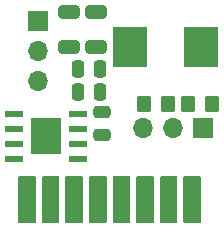
<source format=gbr>
%TF.GenerationSoftware,KiCad,Pcbnew,8.0.2-1*%
%TF.CreationDate,2024-05-31T22:32:28-04:00*%
%TF.ProjectId,ez-servo,657a2d73-6572-4766-9f2e-6b696361645f,v0.0.0*%
%TF.SameCoordinates,Original*%
%TF.FileFunction,Soldermask,Top*%
%TF.FilePolarity,Negative*%
%FSLAX46Y46*%
G04 Gerber Fmt 4.6, Leading zero omitted, Abs format (unit mm)*
G04 Created by KiCad (PCBNEW 8.0.2-1) date 2024-05-31 22:32:28*
%MOMM*%
%LPD*%
G01*
G04 APERTURE LIST*
G04 Aperture macros list*
%AMRoundRect*
0 Rectangle with rounded corners*
0 $1 Rounding radius*
0 $2 $3 $4 $5 $6 $7 $8 $9 X,Y pos of 4 corners*
0 Add a 4 corners polygon primitive as box body*
4,1,4,$2,$3,$4,$5,$6,$7,$8,$9,$2,$3,0*
0 Add four circle primitives for the rounded corners*
1,1,$1+$1,$2,$3*
1,1,$1+$1,$4,$5*
1,1,$1+$1,$6,$7*
1,1,$1+$1,$8,$9*
0 Add four rect primitives between the rounded corners*
20,1,$1+$1,$2,$3,$4,$5,0*
20,1,$1+$1,$4,$5,$6,$7,0*
20,1,$1+$1,$6,$7,$8,$9,0*
20,1,$1+$1,$8,$9,$2,$3,0*%
G04 Aperture macros list end*
%ADD10R,3.000000X3.500000*%
%ADD11RoundRect,0.250000X0.475000X-0.250000X0.475000X0.250000X-0.475000X0.250000X-0.475000X-0.250000X0*%
%ADD12RoundRect,0.250000X0.650000X-0.325000X0.650000X0.325000X-0.650000X0.325000X-0.650000X-0.325000X0*%
%ADD13RoundRect,0.250000X-0.250000X-0.475000X0.250000X-0.475000X0.250000X0.475000X-0.250000X0.475000X0*%
%ADD14R,1.550000X0.600000*%
%ADD15R,2.600000X3.100000*%
%ADD16O,1.700000X1.700000*%
%ADD17R,1.700000X1.700000*%
%ADD18RoundRect,0.250000X-0.350000X-0.450000X0.350000X-0.450000X0.350000X0.450000X-0.350000X0.450000X0*%
%ADD19RoundRect,0.250000X0.350000X0.450000X-0.350000X0.450000X-0.350000X-0.450000X0.350000X-0.450000X0*%
G04 APERTURE END LIST*
D10*
%TO.C,L1*%
X43000000Y-29100000D03*
X37000000Y-29100000D03*
%TD*%
D11*
%TO.C,C1*%
X34630000Y-36520000D03*
X34630000Y-34620000D03*
%TD*%
D12*
%TO.C,C4*%
X34090000Y-29095000D03*
X34090000Y-26145000D03*
%TD*%
D13*
%TO.C,C5*%
X32580000Y-30920000D03*
X34480000Y-30920000D03*
%TD*%
D12*
%TO.C,C3*%
X31780000Y-29095000D03*
X31780000Y-26145000D03*
%TD*%
D14*
%TO.C,U1*%
X27200000Y-34725000D03*
X27200000Y-35995000D03*
X27200000Y-37265000D03*
X27200000Y-38535000D03*
X32600000Y-38535000D03*
X32600000Y-37265000D03*
X32600000Y-35995000D03*
X32600000Y-34725000D03*
D15*
X29900000Y-36630000D03*
%TD*%
D13*
%TO.C,C6*%
X32580000Y-32890000D03*
X34480000Y-32890000D03*
%TD*%
D16*
%TO.C,J2*%
X29150000Y-31930000D03*
X29150000Y-29390000D03*
D17*
X29150000Y-26850000D03*
%TD*%
%TO.C,J3*%
X43200000Y-35930000D03*
D16*
X40660000Y-35930000D03*
X38120000Y-35930000D03*
%TD*%
D18*
%TO.C,R1*%
X41900000Y-33950000D03*
X43900000Y-33950000D03*
%TD*%
D19*
%TO.C,R3*%
X38190000Y-33950000D03*
X40190000Y-33950000D03*
%TD*%
G36*
X28943039Y-40019685D02*
G01*
X28988794Y-40072489D01*
X29000000Y-40124000D01*
X29000000Y-43876000D01*
X28980315Y-43943039D01*
X28927511Y-43988794D01*
X28876000Y-44000000D01*
X27624000Y-44000000D01*
X27556961Y-43980315D01*
X27511206Y-43927511D01*
X27500000Y-43876000D01*
X27500000Y-40124000D01*
X27519685Y-40056961D01*
X27572489Y-40011206D01*
X27624000Y-40000000D01*
X28876000Y-40000000D01*
X28943039Y-40019685D01*
G37*
G36*
X30943039Y-40019685D02*
G01*
X30988794Y-40072489D01*
X31000000Y-40124000D01*
X31000000Y-43876000D01*
X30980315Y-43943039D01*
X30927511Y-43988794D01*
X30876000Y-44000000D01*
X29624000Y-44000000D01*
X29556961Y-43980315D01*
X29511206Y-43927511D01*
X29500000Y-43876000D01*
X29500000Y-40124000D01*
X29519685Y-40056961D01*
X29572489Y-40011206D01*
X29624000Y-40000000D01*
X30876000Y-40000000D01*
X30943039Y-40019685D01*
G37*
G36*
X32943039Y-40019685D02*
G01*
X32988794Y-40072489D01*
X33000000Y-40124000D01*
X33000000Y-43876000D01*
X32980315Y-43943039D01*
X32927511Y-43988794D01*
X32876000Y-44000000D01*
X31624000Y-44000000D01*
X31556961Y-43980315D01*
X31511206Y-43927511D01*
X31500000Y-43876000D01*
X31500000Y-40124000D01*
X31519685Y-40056961D01*
X31572489Y-40011206D01*
X31624000Y-40000000D01*
X32876000Y-40000000D01*
X32943039Y-40019685D01*
G37*
G36*
X34943039Y-40019685D02*
G01*
X34988794Y-40072489D01*
X35000000Y-40124000D01*
X35000000Y-43876000D01*
X34980315Y-43943039D01*
X34927511Y-43988794D01*
X34876000Y-44000000D01*
X33624000Y-44000000D01*
X33556961Y-43980315D01*
X33511206Y-43927511D01*
X33500000Y-43876000D01*
X33500000Y-40124000D01*
X33519685Y-40056961D01*
X33572489Y-40011206D01*
X33624000Y-40000000D01*
X34876000Y-40000000D01*
X34943039Y-40019685D01*
G37*
G36*
X36943039Y-40019685D02*
G01*
X36988794Y-40072489D01*
X37000000Y-40124000D01*
X37000000Y-43876000D01*
X36980315Y-43943039D01*
X36927511Y-43988794D01*
X36876000Y-44000000D01*
X35624000Y-44000000D01*
X35556961Y-43980315D01*
X35511206Y-43927511D01*
X35500000Y-43876000D01*
X35500000Y-40124000D01*
X35519685Y-40056961D01*
X35572489Y-40011206D01*
X35624000Y-40000000D01*
X36876000Y-40000000D01*
X36943039Y-40019685D01*
G37*
G36*
X38943039Y-40019685D02*
G01*
X38988794Y-40072489D01*
X39000000Y-40124000D01*
X39000000Y-43876000D01*
X38980315Y-43943039D01*
X38927511Y-43988794D01*
X38876000Y-44000000D01*
X37624000Y-44000000D01*
X37556961Y-43980315D01*
X37511206Y-43927511D01*
X37500000Y-43876000D01*
X37500000Y-40124000D01*
X37519685Y-40056961D01*
X37572489Y-40011206D01*
X37624000Y-40000000D01*
X38876000Y-40000000D01*
X38943039Y-40019685D01*
G37*
G36*
X40943039Y-40019685D02*
G01*
X40988794Y-40072489D01*
X41000000Y-40124000D01*
X41000000Y-43876000D01*
X40980315Y-43943039D01*
X40927511Y-43988794D01*
X40876000Y-44000000D01*
X39624000Y-44000000D01*
X39556961Y-43980315D01*
X39511206Y-43927511D01*
X39500000Y-43876000D01*
X39500000Y-40124000D01*
X39519685Y-40056961D01*
X39572489Y-40011206D01*
X39624000Y-40000000D01*
X40876000Y-40000000D01*
X40943039Y-40019685D01*
G37*
G36*
X42943039Y-40019685D02*
G01*
X42988794Y-40072489D01*
X43000000Y-40124000D01*
X43000000Y-43876000D01*
X42980315Y-43943039D01*
X42927511Y-43988794D01*
X42876000Y-44000000D01*
X41624000Y-44000000D01*
X41556961Y-43980315D01*
X41511206Y-43927511D01*
X41500000Y-43876000D01*
X41500000Y-40124000D01*
X41519685Y-40056961D01*
X41572489Y-40011206D01*
X41624000Y-40000000D01*
X42876000Y-40000000D01*
X42943039Y-40019685D01*
G37*
M02*

</source>
